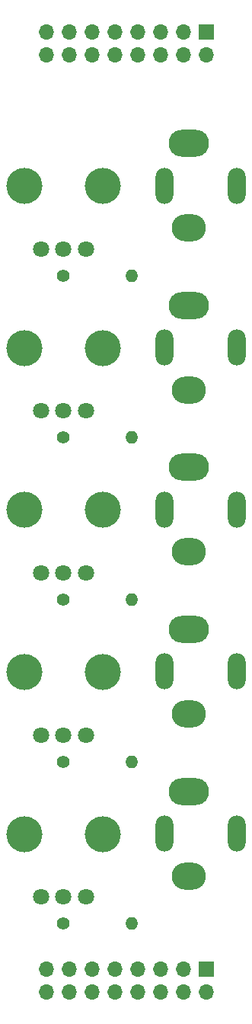
<source format=gbs>
%TF.GenerationSoftware,KiCad,Pcbnew,(6.0.1)*%
%TF.CreationDate,2022-10-13T13:52:36-04:00*%
%TF.ProjectId,SYNTH-CTLS-5-01,53594e54-482d-4435-944c-532d352d3031,1*%
%TF.SameCoordinates,Original*%
%TF.FileFunction,Soldermask,Bot*%
%TF.FilePolarity,Negative*%
%FSLAX46Y46*%
G04 Gerber Fmt 4.6, Leading zero omitted, Abs format (unit mm)*
G04 Created by KiCad (PCBNEW (6.0.1)) date 2022-10-13 13:52:36*
%MOMM*%
%LPD*%
G01*
G04 APERTURE LIST*
%ADD10R,1.700000X1.700000*%
%ADD11O,1.700000X1.700000*%
%ADD12C,4.000000*%
%ADD13C,1.800000*%
%ADD14C,1.400000*%
%ADD15O,1.400000X1.400000*%
%ADD16O,4.500000X3.000000*%
%ADD17O,3.800000X3.000000*%
%ADD18O,2.000000X4.000000*%
G04 APERTURE END LIST*
D10*
%TO.C,J11*%
X121412000Y-115565000D03*
D11*
X121412000Y-118105000D03*
X118872000Y-115565000D03*
X118872000Y-118105000D03*
X116332000Y-115565000D03*
X116332000Y-118105000D03*
X113792000Y-115565000D03*
X113792000Y-118105000D03*
X111252000Y-115565000D03*
X111252000Y-118105000D03*
X108712000Y-115565000D03*
X108712000Y-118105000D03*
X106172000Y-115565000D03*
X106172000Y-118105000D03*
X103632000Y-115565000D03*
X103632000Y-118105000D03*
%TD*%
D12*
%TO.C,RV4*%
X109900000Y-82550000D03*
X101100000Y-82550000D03*
D13*
X108000000Y-89550000D03*
X105500000Y-89550000D03*
X103000000Y-89550000D03*
%TD*%
D14*
%TO.C,R4*%
X105500000Y-92500000D03*
D15*
X113120000Y-92500000D03*
%TD*%
D12*
%TO.C,RV2*%
X101100000Y-46550000D03*
X109900000Y-46550000D03*
D13*
X108000000Y-53550000D03*
X105500000Y-53550000D03*
X103000000Y-53550000D03*
%TD*%
D12*
%TO.C,RV5*%
X101100000Y-100550000D03*
X109900000Y-100550000D03*
D13*
X108000000Y-107550000D03*
X105500000Y-107550000D03*
X103000000Y-107550000D03*
%TD*%
D16*
%TO.C,J4*%
X119400000Y-77800000D03*
D17*
X119400000Y-87200000D03*
D18*
X124800000Y-82500000D03*
X116700000Y-82500000D03*
%TD*%
D16*
%TO.C,J5*%
X119400000Y-95800000D03*
D17*
X119400000Y-105200000D03*
D18*
X124800000Y-100500000D03*
X116700000Y-100500000D03*
%TD*%
D14*
%TO.C,R5*%
X105500000Y-110500000D03*
D15*
X113120000Y-110500000D03*
%TD*%
D16*
%TO.C,J1*%
X119400000Y-23800000D03*
D17*
X119400000Y-33200000D03*
D18*
X124800000Y-28500000D03*
X116700000Y-28500000D03*
%TD*%
D10*
%TO.C,J10*%
X121412000Y-11425000D03*
D11*
X121412000Y-13965000D03*
X118872000Y-11425000D03*
X118872000Y-13965000D03*
X116332000Y-11425000D03*
X116332000Y-13965000D03*
X113792000Y-11425000D03*
X113792000Y-13965000D03*
X111252000Y-11425000D03*
X111252000Y-13965000D03*
X108712000Y-11425000D03*
X108712000Y-13965000D03*
X106172000Y-11425000D03*
X106172000Y-13965000D03*
X103632000Y-11425000D03*
X103632000Y-13965000D03*
%TD*%
D14*
%TO.C,R3*%
X105500000Y-74500000D03*
D15*
X113120000Y-74500000D03*
%TD*%
D16*
%TO.C,J3*%
X119400000Y-59800000D03*
D17*
X119400000Y-69200000D03*
D18*
X124800000Y-64500000D03*
X116700000Y-64500000D03*
%TD*%
D12*
%TO.C,RV1*%
X109900000Y-28550000D03*
X101100000Y-28550000D03*
D13*
X108000000Y-35550000D03*
X105500000Y-35550000D03*
X103000000Y-35550000D03*
%TD*%
D14*
%TO.C,R1*%
X105500000Y-38500000D03*
D15*
X113120000Y-38500000D03*
%TD*%
D12*
%TO.C,RV3*%
X109900000Y-64550000D03*
X101100000Y-64550000D03*
D13*
X108000000Y-71550000D03*
X105500000Y-71550000D03*
X103000000Y-71550000D03*
%TD*%
D14*
%TO.C,R2*%
X105500000Y-56500000D03*
D15*
X113120000Y-56500000D03*
%TD*%
D18*
%TO.C,J2*%
X116700000Y-46500000D03*
X124800000Y-46500000D03*
D16*
X119400000Y-41800000D03*
D17*
X119400000Y-51200000D03*
%TD*%
M02*

</source>
